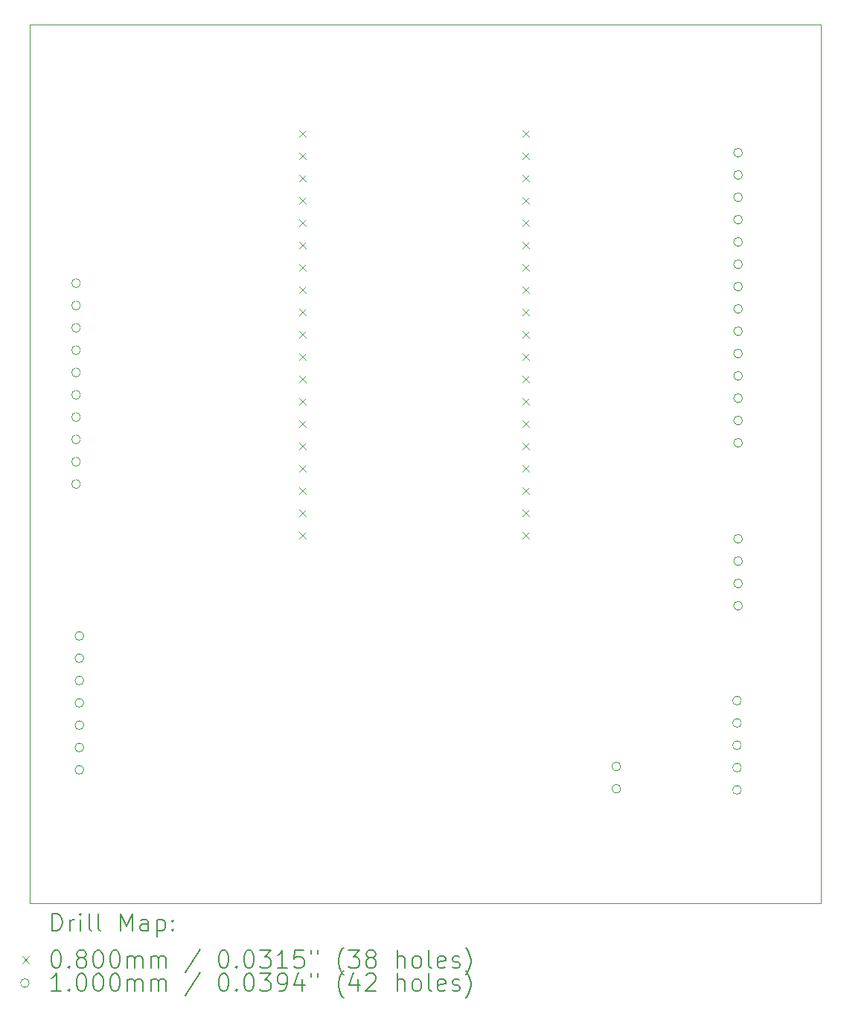
<source format=gbr>
%TF.GenerationSoftware,KiCad,Pcbnew,8.0.7*%
%TF.CreationDate,2025-01-15T13:48:55-05:00*%
%TF.ProjectId,CPU,4350552e-6b69-4636-9164-5f7063625858,rev?*%
%TF.SameCoordinates,Original*%
%TF.FileFunction,Drillmap*%
%TF.FilePolarity,Positive*%
%FSLAX45Y45*%
G04 Gerber Fmt 4.5, Leading zero omitted, Abs format (unit mm)*
G04 Created by KiCad (PCBNEW 8.0.7) date 2025-01-15 13:48:55*
%MOMM*%
%LPD*%
G01*
G04 APERTURE LIST*
%ADD10C,0.050000*%
%ADD11C,0.200000*%
%ADD12C,0.100000*%
G04 APERTURE END LIST*
D10*
X8500000Y-5000000D02*
X17500000Y-5000000D01*
X17500000Y-15000000D01*
X8500000Y-15000000D01*
X8500000Y-5000000D01*
D11*
D12*
X11567600Y-6201500D02*
X11647600Y-6281500D01*
X11647600Y-6201500D02*
X11567600Y-6281500D01*
X11567600Y-6455500D02*
X11647600Y-6535500D01*
X11647600Y-6455500D02*
X11567600Y-6535500D01*
X11567600Y-6709500D02*
X11647600Y-6789500D01*
X11647600Y-6709500D02*
X11567600Y-6789500D01*
X11567600Y-6963500D02*
X11647600Y-7043500D01*
X11647600Y-6963500D02*
X11567600Y-7043500D01*
X11567600Y-7217500D02*
X11647600Y-7297500D01*
X11647600Y-7217500D02*
X11567600Y-7297500D01*
X11567600Y-7471500D02*
X11647600Y-7551500D01*
X11647600Y-7471500D02*
X11567600Y-7551500D01*
X11567600Y-7725500D02*
X11647600Y-7805500D01*
X11647600Y-7725500D02*
X11567600Y-7805500D01*
X11567600Y-7979500D02*
X11647600Y-8059500D01*
X11647600Y-7979500D02*
X11567600Y-8059500D01*
X11567600Y-8233500D02*
X11647600Y-8313500D01*
X11647600Y-8233500D02*
X11567600Y-8313500D01*
X11567600Y-8487500D02*
X11647600Y-8567500D01*
X11647600Y-8487500D02*
X11567600Y-8567500D01*
X11567600Y-8741500D02*
X11647600Y-8821500D01*
X11647600Y-8741500D02*
X11567600Y-8821500D01*
X11567600Y-8995500D02*
X11647600Y-9075500D01*
X11647600Y-8995500D02*
X11567600Y-9075500D01*
X11567600Y-9249500D02*
X11647600Y-9329500D01*
X11647600Y-9249500D02*
X11567600Y-9329500D01*
X11567600Y-9503500D02*
X11647600Y-9583500D01*
X11647600Y-9503500D02*
X11567600Y-9583500D01*
X11567600Y-9757500D02*
X11647600Y-9837500D01*
X11647600Y-9757500D02*
X11567600Y-9837500D01*
X11567600Y-10011500D02*
X11647600Y-10091500D01*
X11647600Y-10011500D02*
X11567600Y-10091500D01*
X11567600Y-10265500D02*
X11647600Y-10345500D01*
X11647600Y-10265500D02*
X11567600Y-10345500D01*
X11567600Y-10519500D02*
X11647600Y-10599500D01*
X11647600Y-10519500D02*
X11567600Y-10599500D01*
X11567600Y-10773500D02*
X11647600Y-10853500D01*
X11647600Y-10773500D02*
X11567600Y-10853500D01*
X14107232Y-10519228D02*
X14187232Y-10599228D01*
X14187232Y-10519228D02*
X14107232Y-10599228D01*
X14107232Y-10773228D02*
X14187232Y-10853228D01*
X14187232Y-10773228D02*
X14107232Y-10853228D01*
X14107600Y-6201500D02*
X14187600Y-6281500D01*
X14187600Y-6201500D02*
X14107600Y-6281500D01*
X14107600Y-6455500D02*
X14187600Y-6535500D01*
X14187600Y-6455500D02*
X14107600Y-6535500D01*
X14107600Y-6709500D02*
X14187600Y-6789500D01*
X14187600Y-6709500D02*
X14107600Y-6789500D01*
X14107600Y-6963500D02*
X14187600Y-7043500D01*
X14187600Y-6963500D02*
X14107600Y-7043500D01*
X14107600Y-7217500D02*
X14187600Y-7297500D01*
X14187600Y-7217500D02*
X14107600Y-7297500D01*
X14107600Y-7471500D02*
X14187600Y-7551500D01*
X14187600Y-7471500D02*
X14107600Y-7551500D01*
X14107600Y-7725500D02*
X14187600Y-7805500D01*
X14187600Y-7725500D02*
X14107600Y-7805500D01*
X14107600Y-7979500D02*
X14187600Y-8059500D01*
X14187600Y-7979500D02*
X14107600Y-8059500D01*
X14107600Y-8233500D02*
X14187600Y-8313500D01*
X14187600Y-8233500D02*
X14107600Y-8313500D01*
X14107600Y-8487500D02*
X14187600Y-8567500D01*
X14187600Y-8487500D02*
X14107600Y-8567500D01*
X14107600Y-8741500D02*
X14187600Y-8821500D01*
X14187600Y-8741500D02*
X14107600Y-8821500D01*
X14107600Y-8995500D02*
X14187600Y-9075500D01*
X14187600Y-8995500D02*
X14107600Y-9075500D01*
X14107600Y-9249500D02*
X14187600Y-9329500D01*
X14187600Y-9249500D02*
X14107600Y-9329500D01*
X14107600Y-9503500D02*
X14187600Y-9583500D01*
X14187600Y-9503500D02*
X14107600Y-9583500D01*
X14107600Y-9757500D02*
X14187600Y-9837500D01*
X14187600Y-9757500D02*
X14107600Y-9837500D01*
X14107600Y-10011500D02*
X14187600Y-10091500D01*
X14187600Y-10011500D02*
X14107600Y-10091500D01*
X14107600Y-10265500D02*
X14187600Y-10345500D01*
X14187600Y-10265500D02*
X14107600Y-10345500D01*
X9079700Y-7942650D02*
G75*
G02*
X8979700Y-7942650I-50000J0D01*
G01*
X8979700Y-7942650D02*
G75*
G02*
X9079700Y-7942650I50000J0D01*
G01*
X9079700Y-8196650D02*
G75*
G02*
X8979700Y-8196650I-50000J0D01*
G01*
X8979700Y-8196650D02*
G75*
G02*
X9079700Y-8196650I50000J0D01*
G01*
X9079700Y-8450650D02*
G75*
G02*
X8979700Y-8450650I-50000J0D01*
G01*
X8979700Y-8450650D02*
G75*
G02*
X9079700Y-8450650I50000J0D01*
G01*
X9079700Y-8704650D02*
G75*
G02*
X8979700Y-8704650I-50000J0D01*
G01*
X8979700Y-8704650D02*
G75*
G02*
X9079700Y-8704650I50000J0D01*
G01*
X9079700Y-8958650D02*
G75*
G02*
X8979700Y-8958650I-50000J0D01*
G01*
X8979700Y-8958650D02*
G75*
G02*
X9079700Y-8958650I50000J0D01*
G01*
X9079700Y-9212650D02*
G75*
G02*
X8979700Y-9212650I-50000J0D01*
G01*
X8979700Y-9212650D02*
G75*
G02*
X9079700Y-9212650I50000J0D01*
G01*
X9079700Y-9466650D02*
G75*
G02*
X8979700Y-9466650I-50000J0D01*
G01*
X8979700Y-9466650D02*
G75*
G02*
X9079700Y-9466650I50000J0D01*
G01*
X9079700Y-9720650D02*
G75*
G02*
X8979700Y-9720650I-50000J0D01*
G01*
X8979700Y-9720650D02*
G75*
G02*
X9079700Y-9720650I50000J0D01*
G01*
X9079700Y-9974650D02*
G75*
G02*
X8979700Y-9974650I-50000J0D01*
G01*
X8979700Y-9974650D02*
G75*
G02*
X9079700Y-9974650I50000J0D01*
G01*
X9079700Y-10228650D02*
G75*
G02*
X8979700Y-10228650I-50000J0D01*
G01*
X8979700Y-10228650D02*
G75*
G02*
X9079700Y-10228650I50000J0D01*
G01*
X9117800Y-11956100D02*
G75*
G02*
X9017800Y-11956100I-50000J0D01*
G01*
X9017800Y-11956100D02*
G75*
G02*
X9117800Y-11956100I50000J0D01*
G01*
X9117800Y-12210100D02*
G75*
G02*
X9017800Y-12210100I-50000J0D01*
G01*
X9017800Y-12210100D02*
G75*
G02*
X9117800Y-12210100I50000J0D01*
G01*
X9117800Y-12464100D02*
G75*
G02*
X9017800Y-12464100I-50000J0D01*
G01*
X9017800Y-12464100D02*
G75*
G02*
X9117800Y-12464100I50000J0D01*
G01*
X9117800Y-12718100D02*
G75*
G02*
X9017800Y-12718100I-50000J0D01*
G01*
X9017800Y-12718100D02*
G75*
G02*
X9117800Y-12718100I50000J0D01*
G01*
X9117800Y-12972100D02*
G75*
G02*
X9017800Y-12972100I-50000J0D01*
G01*
X9017800Y-12972100D02*
G75*
G02*
X9117800Y-12972100I50000J0D01*
G01*
X9117800Y-13226100D02*
G75*
G02*
X9017800Y-13226100I-50000J0D01*
G01*
X9017800Y-13226100D02*
G75*
G02*
X9117800Y-13226100I50000J0D01*
G01*
X9117800Y-13480100D02*
G75*
G02*
X9017800Y-13480100I-50000J0D01*
G01*
X9017800Y-13480100D02*
G75*
G02*
X9117800Y-13480100I50000J0D01*
G01*
X15226500Y-13441500D02*
G75*
G02*
X15126500Y-13441500I-50000J0D01*
G01*
X15126500Y-13441500D02*
G75*
G02*
X15226500Y-13441500I50000J0D01*
G01*
X15226500Y-13695500D02*
G75*
G02*
X15126500Y-13695500I-50000J0D01*
G01*
X15126500Y-13695500D02*
G75*
G02*
X15226500Y-13695500I50000J0D01*
G01*
X16598100Y-12692700D02*
G75*
G02*
X16498100Y-12692700I-50000J0D01*
G01*
X16498100Y-12692700D02*
G75*
G02*
X16598100Y-12692700I50000J0D01*
G01*
X16598100Y-12946700D02*
G75*
G02*
X16498100Y-12946700I-50000J0D01*
G01*
X16498100Y-12946700D02*
G75*
G02*
X16598100Y-12946700I50000J0D01*
G01*
X16598100Y-13200700D02*
G75*
G02*
X16498100Y-13200700I-50000J0D01*
G01*
X16498100Y-13200700D02*
G75*
G02*
X16598100Y-13200700I50000J0D01*
G01*
X16598100Y-13454700D02*
G75*
G02*
X16498100Y-13454700I-50000J0D01*
G01*
X16498100Y-13454700D02*
G75*
G02*
X16598100Y-13454700I50000J0D01*
G01*
X16598100Y-13708700D02*
G75*
G02*
X16498100Y-13708700I-50000J0D01*
G01*
X16498100Y-13708700D02*
G75*
G02*
X16598100Y-13708700I50000J0D01*
G01*
X16610800Y-6457000D02*
G75*
G02*
X16510800Y-6457000I-50000J0D01*
G01*
X16510800Y-6457000D02*
G75*
G02*
X16610800Y-6457000I50000J0D01*
G01*
X16610800Y-6711000D02*
G75*
G02*
X16510800Y-6711000I-50000J0D01*
G01*
X16510800Y-6711000D02*
G75*
G02*
X16610800Y-6711000I50000J0D01*
G01*
X16610800Y-6965000D02*
G75*
G02*
X16510800Y-6965000I-50000J0D01*
G01*
X16510800Y-6965000D02*
G75*
G02*
X16610800Y-6965000I50000J0D01*
G01*
X16610800Y-7219000D02*
G75*
G02*
X16510800Y-7219000I-50000J0D01*
G01*
X16510800Y-7219000D02*
G75*
G02*
X16610800Y-7219000I50000J0D01*
G01*
X16610800Y-7473000D02*
G75*
G02*
X16510800Y-7473000I-50000J0D01*
G01*
X16510800Y-7473000D02*
G75*
G02*
X16610800Y-7473000I50000J0D01*
G01*
X16610800Y-7727000D02*
G75*
G02*
X16510800Y-7727000I-50000J0D01*
G01*
X16510800Y-7727000D02*
G75*
G02*
X16610800Y-7727000I50000J0D01*
G01*
X16610800Y-7981000D02*
G75*
G02*
X16510800Y-7981000I-50000J0D01*
G01*
X16510800Y-7981000D02*
G75*
G02*
X16610800Y-7981000I50000J0D01*
G01*
X16610800Y-8235000D02*
G75*
G02*
X16510800Y-8235000I-50000J0D01*
G01*
X16510800Y-8235000D02*
G75*
G02*
X16610800Y-8235000I50000J0D01*
G01*
X16610800Y-8489000D02*
G75*
G02*
X16510800Y-8489000I-50000J0D01*
G01*
X16510800Y-8489000D02*
G75*
G02*
X16610800Y-8489000I50000J0D01*
G01*
X16610800Y-8743000D02*
G75*
G02*
X16510800Y-8743000I-50000J0D01*
G01*
X16510800Y-8743000D02*
G75*
G02*
X16610800Y-8743000I50000J0D01*
G01*
X16610800Y-8997000D02*
G75*
G02*
X16510800Y-8997000I-50000J0D01*
G01*
X16510800Y-8997000D02*
G75*
G02*
X16610800Y-8997000I50000J0D01*
G01*
X16610800Y-9251000D02*
G75*
G02*
X16510800Y-9251000I-50000J0D01*
G01*
X16510800Y-9251000D02*
G75*
G02*
X16610800Y-9251000I50000J0D01*
G01*
X16610800Y-9505000D02*
G75*
G02*
X16510800Y-9505000I-50000J0D01*
G01*
X16510800Y-9505000D02*
G75*
G02*
X16610800Y-9505000I50000J0D01*
G01*
X16610800Y-9759000D02*
G75*
G02*
X16510800Y-9759000I-50000J0D01*
G01*
X16510800Y-9759000D02*
G75*
G02*
X16610800Y-9759000I50000J0D01*
G01*
X16610800Y-10851200D02*
G75*
G02*
X16510800Y-10851200I-50000J0D01*
G01*
X16510800Y-10851200D02*
G75*
G02*
X16610800Y-10851200I50000J0D01*
G01*
X16610800Y-11105200D02*
G75*
G02*
X16510800Y-11105200I-50000J0D01*
G01*
X16510800Y-11105200D02*
G75*
G02*
X16610800Y-11105200I50000J0D01*
G01*
X16610800Y-11359200D02*
G75*
G02*
X16510800Y-11359200I-50000J0D01*
G01*
X16510800Y-11359200D02*
G75*
G02*
X16610800Y-11359200I50000J0D01*
G01*
X16610800Y-11613200D02*
G75*
G02*
X16510800Y-11613200I-50000J0D01*
G01*
X16510800Y-11613200D02*
G75*
G02*
X16610800Y-11613200I50000J0D01*
G01*
D11*
X8758277Y-15313984D02*
X8758277Y-15113984D01*
X8758277Y-15113984D02*
X8805896Y-15113984D01*
X8805896Y-15113984D02*
X8834467Y-15123508D01*
X8834467Y-15123508D02*
X8853515Y-15142555D01*
X8853515Y-15142555D02*
X8863039Y-15161603D01*
X8863039Y-15161603D02*
X8872563Y-15199698D01*
X8872563Y-15199698D02*
X8872563Y-15228269D01*
X8872563Y-15228269D02*
X8863039Y-15266365D01*
X8863039Y-15266365D02*
X8853515Y-15285412D01*
X8853515Y-15285412D02*
X8834467Y-15304460D01*
X8834467Y-15304460D02*
X8805896Y-15313984D01*
X8805896Y-15313984D02*
X8758277Y-15313984D01*
X8958277Y-15313984D02*
X8958277Y-15180650D01*
X8958277Y-15218746D02*
X8967801Y-15199698D01*
X8967801Y-15199698D02*
X8977324Y-15190174D01*
X8977324Y-15190174D02*
X8996372Y-15180650D01*
X8996372Y-15180650D02*
X9015420Y-15180650D01*
X9082086Y-15313984D02*
X9082086Y-15180650D01*
X9082086Y-15113984D02*
X9072563Y-15123508D01*
X9072563Y-15123508D02*
X9082086Y-15133031D01*
X9082086Y-15133031D02*
X9091610Y-15123508D01*
X9091610Y-15123508D02*
X9082086Y-15113984D01*
X9082086Y-15113984D02*
X9082086Y-15133031D01*
X9205896Y-15313984D02*
X9186848Y-15304460D01*
X9186848Y-15304460D02*
X9177324Y-15285412D01*
X9177324Y-15285412D02*
X9177324Y-15113984D01*
X9310658Y-15313984D02*
X9291610Y-15304460D01*
X9291610Y-15304460D02*
X9282086Y-15285412D01*
X9282086Y-15285412D02*
X9282086Y-15113984D01*
X9539229Y-15313984D02*
X9539229Y-15113984D01*
X9539229Y-15113984D02*
X9605896Y-15256841D01*
X9605896Y-15256841D02*
X9672563Y-15113984D01*
X9672563Y-15113984D02*
X9672563Y-15313984D01*
X9853515Y-15313984D02*
X9853515Y-15209222D01*
X9853515Y-15209222D02*
X9843991Y-15190174D01*
X9843991Y-15190174D02*
X9824944Y-15180650D01*
X9824944Y-15180650D02*
X9786848Y-15180650D01*
X9786848Y-15180650D02*
X9767801Y-15190174D01*
X9853515Y-15304460D02*
X9834467Y-15313984D01*
X9834467Y-15313984D02*
X9786848Y-15313984D01*
X9786848Y-15313984D02*
X9767801Y-15304460D01*
X9767801Y-15304460D02*
X9758277Y-15285412D01*
X9758277Y-15285412D02*
X9758277Y-15266365D01*
X9758277Y-15266365D02*
X9767801Y-15247317D01*
X9767801Y-15247317D02*
X9786848Y-15237793D01*
X9786848Y-15237793D02*
X9834467Y-15237793D01*
X9834467Y-15237793D02*
X9853515Y-15228269D01*
X9948753Y-15180650D02*
X9948753Y-15380650D01*
X9948753Y-15190174D02*
X9967801Y-15180650D01*
X9967801Y-15180650D02*
X10005896Y-15180650D01*
X10005896Y-15180650D02*
X10024944Y-15190174D01*
X10024944Y-15190174D02*
X10034467Y-15199698D01*
X10034467Y-15199698D02*
X10043991Y-15218746D01*
X10043991Y-15218746D02*
X10043991Y-15275888D01*
X10043991Y-15275888D02*
X10034467Y-15294936D01*
X10034467Y-15294936D02*
X10024944Y-15304460D01*
X10024944Y-15304460D02*
X10005896Y-15313984D01*
X10005896Y-15313984D02*
X9967801Y-15313984D01*
X9967801Y-15313984D02*
X9948753Y-15304460D01*
X10129705Y-15294936D02*
X10139229Y-15304460D01*
X10139229Y-15304460D02*
X10129705Y-15313984D01*
X10129705Y-15313984D02*
X10120182Y-15304460D01*
X10120182Y-15304460D02*
X10129705Y-15294936D01*
X10129705Y-15294936D02*
X10129705Y-15313984D01*
X10129705Y-15190174D02*
X10139229Y-15199698D01*
X10139229Y-15199698D02*
X10129705Y-15209222D01*
X10129705Y-15209222D02*
X10120182Y-15199698D01*
X10120182Y-15199698D02*
X10129705Y-15190174D01*
X10129705Y-15190174D02*
X10129705Y-15209222D01*
D12*
X8417500Y-15602500D02*
X8497500Y-15682500D01*
X8497500Y-15602500D02*
X8417500Y-15682500D01*
D11*
X8796372Y-15533984D02*
X8815420Y-15533984D01*
X8815420Y-15533984D02*
X8834467Y-15543508D01*
X8834467Y-15543508D02*
X8843991Y-15553031D01*
X8843991Y-15553031D02*
X8853515Y-15572079D01*
X8853515Y-15572079D02*
X8863039Y-15610174D01*
X8863039Y-15610174D02*
X8863039Y-15657793D01*
X8863039Y-15657793D02*
X8853515Y-15695888D01*
X8853515Y-15695888D02*
X8843991Y-15714936D01*
X8843991Y-15714936D02*
X8834467Y-15724460D01*
X8834467Y-15724460D02*
X8815420Y-15733984D01*
X8815420Y-15733984D02*
X8796372Y-15733984D01*
X8796372Y-15733984D02*
X8777324Y-15724460D01*
X8777324Y-15724460D02*
X8767801Y-15714936D01*
X8767801Y-15714936D02*
X8758277Y-15695888D01*
X8758277Y-15695888D02*
X8748753Y-15657793D01*
X8748753Y-15657793D02*
X8748753Y-15610174D01*
X8748753Y-15610174D02*
X8758277Y-15572079D01*
X8758277Y-15572079D02*
X8767801Y-15553031D01*
X8767801Y-15553031D02*
X8777324Y-15543508D01*
X8777324Y-15543508D02*
X8796372Y-15533984D01*
X8948753Y-15714936D02*
X8958277Y-15724460D01*
X8958277Y-15724460D02*
X8948753Y-15733984D01*
X8948753Y-15733984D02*
X8939229Y-15724460D01*
X8939229Y-15724460D02*
X8948753Y-15714936D01*
X8948753Y-15714936D02*
X8948753Y-15733984D01*
X9072563Y-15619698D02*
X9053515Y-15610174D01*
X9053515Y-15610174D02*
X9043991Y-15600650D01*
X9043991Y-15600650D02*
X9034467Y-15581603D01*
X9034467Y-15581603D02*
X9034467Y-15572079D01*
X9034467Y-15572079D02*
X9043991Y-15553031D01*
X9043991Y-15553031D02*
X9053515Y-15543508D01*
X9053515Y-15543508D02*
X9072563Y-15533984D01*
X9072563Y-15533984D02*
X9110658Y-15533984D01*
X9110658Y-15533984D02*
X9129705Y-15543508D01*
X9129705Y-15543508D02*
X9139229Y-15553031D01*
X9139229Y-15553031D02*
X9148753Y-15572079D01*
X9148753Y-15572079D02*
X9148753Y-15581603D01*
X9148753Y-15581603D02*
X9139229Y-15600650D01*
X9139229Y-15600650D02*
X9129705Y-15610174D01*
X9129705Y-15610174D02*
X9110658Y-15619698D01*
X9110658Y-15619698D02*
X9072563Y-15619698D01*
X9072563Y-15619698D02*
X9053515Y-15629222D01*
X9053515Y-15629222D02*
X9043991Y-15638746D01*
X9043991Y-15638746D02*
X9034467Y-15657793D01*
X9034467Y-15657793D02*
X9034467Y-15695888D01*
X9034467Y-15695888D02*
X9043991Y-15714936D01*
X9043991Y-15714936D02*
X9053515Y-15724460D01*
X9053515Y-15724460D02*
X9072563Y-15733984D01*
X9072563Y-15733984D02*
X9110658Y-15733984D01*
X9110658Y-15733984D02*
X9129705Y-15724460D01*
X9129705Y-15724460D02*
X9139229Y-15714936D01*
X9139229Y-15714936D02*
X9148753Y-15695888D01*
X9148753Y-15695888D02*
X9148753Y-15657793D01*
X9148753Y-15657793D02*
X9139229Y-15638746D01*
X9139229Y-15638746D02*
X9129705Y-15629222D01*
X9129705Y-15629222D02*
X9110658Y-15619698D01*
X9272563Y-15533984D02*
X9291610Y-15533984D01*
X9291610Y-15533984D02*
X9310658Y-15543508D01*
X9310658Y-15543508D02*
X9320182Y-15553031D01*
X9320182Y-15553031D02*
X9329705Y-15572079D01*
X9329705Y-15572079D02*
X9339229Y-15610174D01*
X9339229Y-15610174D02*
X9339229Y-15657793D01*
X9339229Y-15657793D02*
X9329705Y-15695888D01*
X9329705Y-15695888D02*
X9320182Y-15714936D01*
X9320182Y-15714936D02*
X9310658Y-15724460D01*
X9310658Y-15724460D02*
X9291610Y-15733984D01*
X9291610Y-15733984D02*
X9272563Y-15733984D01*
X9272563Y-15733984D02*
X9253515Y-15724460D01*
X9253515Y-15724460D02*
X9243991Y-15714936D01*
X9243991Y-15714936D02*
X9234467Y-15695888D01*
X9234467Y-15695888D02*
X9224944Y-15657793D01*
X9224944Y-15657793D02*
X9224944Y-15610174D01*
X9224944Y-15610174D02*
X9234467Y-15572079D01*
X9234467Y-15572079D02*
X9243991Y-15553031D01*
X9243991Y-15553031D02*
X9253515Y-15543508D01*
X9253515Y-15543508D02*
X9272563Y-15533984D01*
X9463039Y-15533984D02*
X9482086Y-15533984D01*
X9482086Y-15533984D02*
X9501134Y-15543508D01*
X9501134Y-15543508D02*
X9510658Y-15553031D01*
X9510658Y-15553031D02*
X9520182Y-15572079D01*
X9520182Y-15572079D02*
X9529705Y-15610174D01*
X9529705Y-15610174D02*
X9529705Y-15657793D01*
X9529705Y-15657793D02*
X9520182Y-15695888D01*
X9520182Y-15695888D02*
X9510658Y-15714936D01*
X9510658Y-15714936D02*
X9501134Y-15724460D01*
X9501134Y-15724460D02*
X9482086Y-15733984D01*
X9482086Y-15733984D02*
X9463039Y-15733984D01*
X9463039Y-15733984D02*
X9443991Y-15724460D01*
X9443991Y-15724460D02*
X9434467Y-15714936D01*
X9434467Y-15714936D02*
X9424944Y-15695888D01*
X9424944Y-15695888D02*
X9415420Y-15657793D01*
X9415420Y-15657793D02*
X9415420Y-15610174D01*
X9415420Y-15610174D02*
X9424944Y-15572079D01*
X9424944Y-15572079D02*
X9434467Y-15553031D01*
X9434467Y-15553031D02*
X9443991Y-15543508D01*
X9443991Y-15543508D02*
X9463039Y-15533984D01*
X9615420Y-15733984D02*
X9615420Y-15600650D01*
X9615420Y-15619698D02*
X9624944Y-15610174D01*
X9624944Y-15610174D02*
X9643991Y-15600650D01*
X9643991Y-15600650D02*
X9672563Y-15600650D01*
X9672563Y-15600650D02*
X9691610Y-15610174D01*
X9691610Y-15610174D02*
X9701134Y-15629222D01*
X9701134Y-15629222D02*
X9701134Y-15733984D01*
X9701134Y-15629222D02*
X9710658Y-15610174D01*
X9710658Y-15610174D02*
X9729705Y-15600650D01*
X9729705Y-15600650D02*
X9758277Y-15600650D01*
X9758277Y-15600650D02*
X9777325Y-15610174D01*
X9777325Y-15610174D02*
X9786848Y-15629222D01*
X9786848Y-15629222D02*
X9786848Y-15733984D01*
X9882086Y-15733984D02*
X9882086Y-15600650D01*
X9882086Y-15619698D02*
X9891610Y-15610174D01*
X9891610Y-15610174D02*
X9910658Y-15600650D01*
X9910658Y-15600650D02*
X9939229Y-15600650D01*
X9939229Y-15600650D02*
X9958277Y-15610174D01*
X9958277Y-15610174D02*
X9967801Y-15629222D01*
X9967801Y-15629222D02*
X9967801Y-15733984D01*
X9967801Y-15629222D02*
X9977325Y-15610174D01*
X9977325Y-15610174D02*
X9996372Y-15600650D01*
X9996372Y-15600650D02*
X10024944Y-15600650D01*
X10024944Y-15600650D02*
X10043991Y-15610174D01*
X10043991Y-15610174D02*
X10053515Y-15629222D01*
X10053515Y-15629222D02*
X10053515Y-15733984D01*
X10443991Y-15524460D02*
X10272563Y-15781603D01*
X10701134Y-15533984D02*
X10720182Y-15533984D01*
X10720182Y-15533984D02*
X10739229Y-15543508D01*
X10739229Y-15543508D02*
X10748753Y-15553031D01*
X10748753Y-15553031D02*
X10758277Y-15572079D01*
X10758277Y-15572079D02*
X10767801Y-15610174D01*
X10767801Y-15610174D02*
X10767801Y-15657793D01*
X10767801Y-15657793D02*
X10758277Y-15695888D01*
X10758277Y-15695888D02*
X10748753Y-15714936D01*
X10748753Y-15714936D02*
X10739229Y-15724460D01*
X10739229Y-15724460D02*
X10720182Y-15733984D01*
X10720182Y-15733984D02*
X10701134Y-15733984D01*
X10701134Y-15733984D02*
X10682087Y-15724460D01*
X10682087Y-15724460D02*
X10672563Y-15714936D01*
X10672563Y-15714936D02*
X10663039Y-15695888D01*
X10663039Y-15695888D02*
X10653515Y-15657793D01*
X10653515Y-15657793D02*
X10653515Y-15610174D01*
X10653515Y-15610174D02*
X10663039Y-15572079D01*
X10663039Y-15572079D02*
X10672563Y-15553031D01*
X10672563Y-15553031D02*
X10682087Y-15543508D01*
X10682087Y-15543508D02*
X10701134Y-15533984D01*
X10853515Y-15714936D02*
X10863039Y-15724460D01*
X10863039Y-15724460D02*
X10853515Y-15733984D01*
X10853515Y-15733984D02*
X10843991Y-15724460D01*
X10843991Y-15724460D02*
X10853515Y-15714936D01*
X10853515Y-15714936D02*
X10853515Y-15733984D01*
X10986848Y-15533984D02*
X11005896Y-15533984D01*
X11005896Y-15533984D02*
X11024944Y-15543508D01*
X11024944Y-15543508D02*
X11034468Y-15553031D01*
X11034468Y-15553031D02*
X11043991Y-15572079D01*
X11043991Y-15572079D02*
X11053515Y-15610174D01*
X11053515Y-15610174D02*
X11053515Y-15657793D01*
X11053515Y-15657793D02*
X11043991Y-15695888D01*
X11043991Y-15695888D02*
X11034468Y-15714936D01*
X11034468Y-15714936D02*
X11024944Y-15724460D01*
X11024944Y-15724460D02*
X11005896Y-15733984D01*
X11005896Y-15733984D02*
X10986848Y-15733984D01*
X10986848Y-15733984D02*
X10967801Y-15724460D01*
X10967801Y-15724460D02*
X10958277Y-15714936D01*
X10958277Y-15714936D02*
X10948753Y-15695888D01*
X10948753Y-15695888D02*
X10939229Y-15657793D01*
X10939229Y-15657793D02*
X10939229Y-15610174D01*
X10939229Y-15610174D02*
X10948753Y-15572079D01*
X10948753Y-15572079D02*
X10958277Y-15553031D01*
X10958277Y-15553031D02*
X10967801Y-15543508D01*
X10967801Y-15543508D02*
X10986848Y-15533984D01*
X11120182Y-15533984D02*
X11243991Y-15533984D01*
X11243991Y-15533984D02*
X11177325Y-15610174D01*
X11177325Y-15610174D02*
X11205896Y-15610174D01*
X11205896Y-15610174D02*
X11224944Y-15619698D01*
X11224944Y-15619698D02*
X11234467Y-15629222D01*
X11234467Y-15629222D02*
X11243991Y-15648269D01*
X11243991Y-15648269D02*
X11243991Y-15695888D01*
X11243991Y-15695888D02*
X11234467Y-15714936D01*
X11234467Y-15714936D02*
X11224944Y-15724460D01*
X11224944Y-15724460D02*
X11205896Y-15733984D01*
X11205896Y-15733984D02*
X11148753Y-15733984D01*
X11148753Y-15733984D02*
X11129706Y-15724460D01*
X11129706Y-15724460D02*
X11120182Y-15714936D01*
X11434467Y-15733984D02*
X11320182Y-15733984D01*
X11377325Y-15733984D02*
X11377325Y-15533984D01*
X11377325Y-15533984D02*
X11358277Y-15562555D01*
X11358277Y-15562555D02*
X11339229Y-15581603D01*
X11339229Y-15581603D02*
X11320182Y-15591127D01*
X11615420Y-15533984D02*
X11520182Y-15533984D01*
X11520182Y-15533984D02*
X11510658Y-15629222D01*
X11510658Y-15629222D02*
X11520182Y-15619698D01*
X11520182Y-15619698D02*
X11539229Y-15610174D01*
X11539229Y-15610174D02*
X11586848Y-15610174D01*
X11586848Y-15610174D02*
X11605896Y-15619698D01*
X11605896Y-15619698D02*
X11615420Y-15629222D01*
X11615420Y-15629222D02*
X11624944Y-15648269D01*
X11624944Y-15648269D02*
X11624944Y-15695888D01*
X11624944Y-15695888D02*
X11615420Y-15714936D01*
X11615420Y-15714936D02*
X11605896Y-15724460D01*
X11605896Y-15724460D02*
X11586848Y-15733984D01*
X11586848Y-15733984D02*
X11539229Y-15733984D01*
X11539229Y-15733984D02*
X11520182Y-15724460D01*
X11520182Y-15724460D02*
X11510658Y-15714936D01*
X11701134Y-15533984D02*
X11701134Y-15572079D01*
X11777325Y-15533984D02*
X11777325Y-15572079D01*
X12072563Y-15810174D02*
X12063039Y-15800650D01*
X12063039Y-15800650D02*
X12043991Y-15772079D01*
X12043991Y-15772079D02*
X12034468Y-15753031D01*
X12034468Y-15753031D02*
X12024944Y-15724460D01*
X12024944Y-15724460D02*
X12015420Y-15676841D01*
X12015420Y-15676841D02*
X12015420Y-15638746D01*
X12015420Y-15638746D02*
X12024944Y-15591127D01*
X12024944Y-15591127D02*
X12034468Y-15562555D01*
X12034468Y-15562555D02*
X12043991Y-15543508D01*
X12043991Y-15543508D02*
X12063039Y-15514936D01*
X12063039Y-15514936D02*
X12072563Y-15505412D01*
X12129706Y-15533984D02*
X12253515Y-15533984D01*
X12253515Y-15533984D02*
X12186848Y-15610174D01*
X12186848Y-15610174D02*
X12215420Y-15610174D01*
X12215420Y-15610174D02*
X12234468Y-15619698D01*
X12234468Y-15619698D02*
X12243991Y-15629222D01*
X12243991Y-15629222D02*
X12253515Y-15648269D01*
X12253515Y-15648269D02*
X12253515Y-15695888D01*
X12253515Y-15695888D02*
X12243991Y-15714936D01*
X12243991Y-15714936D02*
X12234468Y-15724460D01*
X12234468Y-15724460D02*
X12215420Y-15733984D01*
X12215420Y-15733984D02*
X12158277Y-15733984D01*
X12158277Y-15733984D02*
X12139229Y-15724460D01*
X12139229Y-15724460D02*
X12129706Y-15714936D01*
X12367801Y-15619698D02*
X12348753Y-15610174D01*
X12348753Y-15610174D02*
X12339229Y-15600650D01*
X12339229Y-15600650D02*
X12329706Y-15581603D01*
X12329706Y-15581603D02*
X12329706Y-15572079D01*
X12329706Y-15572079D02*
X12339229Y-15553031D01*
X12339229Y-15553031D02*
X12348753Y-15543508D01*
X12348753Y-15543508D02*
X12367801Y-15533984D01*
X12367801Y-15533984D02*
X12405896Y-15533984D01*
X12405896Y-15533984D02*
X12424944Y-15543508D01*
X12424944Y-15543508D02*
X12434468Y-15553031D01*
X12434468Y-15553031D02*
X12443991Y-15572079D01*
X12443991Y-15572079D02*
X12443991Y-15581603D01*
X12443991Y-15581603D02*
X12434468Y-15600650D01*
X12434468Y-15600650D02*
X12424944Y-15610174D01*
X12424944Y-15610174D02*
X12405896Y-15619698D01*
X12405896Y-15619698D02*
X12367801Y-15619698D01*
X12367801Y-15619698D02*
X12348753Y-15629222D01*
X12348753Y-15629222D02*
X12339229Y-15638746D01*
X12339229Y-15638746D02*
X12329706Y-15657793D01*
X12329706Y-15657793D02*
X12329706Y-15695888D01*
X12329706Y-15695888D02*
X12339229Y-15714936D01*
X12339229Y-15714936D02*
X12348753Y-15724460D01*
X12348753Y-15724460D02*
X12367801Y-15733984D01*
X12367801Y-15733984D02*
X12405896Y-15733984D01*
X12405896Y-15733984D02*
X12424944Y-15724460D01*
X12424944Y-15724460D02*
X12434468Y-15714936D01*
X12434468Y-15714936D02*
X12443991Y-15695888D01*
X12443991Y-15695888D02*
X12443991Y-15657793D01*
X12443991Y-15657793D02*
X12434468Y-15638746D01*
X12434468Y-15638746D02*
X12424944Y-15629222D01*
X12424944Y-15629222D02*
X12405896Y-15619698D01*
X12682087Y-15733984D02*
X12682087Y-15533984D01*
X12767801Y-15733984D02*
X12767801Y-15629222D01*
X12767801Y-15629222D02*
X12758277Y-15610174D01*
X12758277Y-15610174D02*
X12739230Y-15600650D01*
X12739230Y-15600650D02*
X12710658Y-15600650D01*
X12710658Y-15600650D02*
X12691610Y-15610174D01*
X12691610Y-15610174D02*
X12682087Y-15619698D01*
X12891610Y-15733984D02*
X12872563Y-15724460D01*
X12872563Y-15724460D02*
X12863039Y-15714936D01*
X12863039Y-15714936D02*
X12853515Y-15695888D01*
X12853515Y-15695888D02*
X12853515Y-15638746D01*
X12853515Y-15638746D02*
X12863039Y-15619698D01*
X12863039Y-15619698D02*
X12872563Y-15610174D01*
X12872563Y-15610174D02*
X12891610Y-15600650D01*
X12891610Y-15600650D02*
X12920182Y-15600650D01*
X12920182Y-15600650D02*
X12939230Y-15610174D01*
X12939230Y-15610174D02*
X12948753Y-15619698D01*
X12948753Y-15619698D02*
X12958277Y-15638746D01*
X12958277Y-15638746D02*
X12958277Y-15695888D01*
X12958277Y-15695888D02*
X12948753Y-15714936D01*
X12948753Y-15714936D02*
X12939230Y-15724460D01*
X12939230Y-15724460D02*
X12920182Y-15733984D01*
X12920182Y-15733984D02*
X12891610Y-15733984D01*
X13072563Y-15733984D02*
X13053515Y-15724460D01*
X13053515Y-15724460D02*
X13043991Y-15705412D01*
X13043991Y-15705412D02*
X13043991Y-15533984D01*
X13224944Y-15724460D02*
X13205896Y-15733984D01*
X13205896Y-15733984D02*
X13167801Y-15733984D01*
X13167801Y-15733984D02*
X13148753Y-15724460D01*
X13148753Y-15724460D02*
X13139230Y-15705412D01*
X13139230Y-15705412D02*
X13139230Y-15629222D01*
X13139230Y-15629222D02*
X13148753Y-15610174D01*
X13148753Y-15610174D02*
X13167801Y-15600650D01*
X13167801Y-15600650D02*
X13205896Y-15600650D01*
X13205896Y-15600650D02*
X13224944Y-15610174D01*
X13224944Y-15610174D02*
X13234468Y-15629222D01*
X13234468Y-15629222D02*
X13234468Y-15648269D01*
X13234468Y-15648269D02*
X13139230Y-15667317D01*
X13310658Y-15724460D02*
X13329706Y-15733984D01*
X13329706Y-15733984D02*
X13367801Y-15733984D01*
X13367801Y-15733984D02*
X13386849Y-15724460D01*
X13386849Y-15724460D02*
X13396372Y-15705412D01*
X13396372Y-15705412D02*
X13396372Y-15695888D01*
X13396372Y-15695888D02*
X13386849Y-15676841D01*
X13386849Y-15676841D02*
X13367801Y-15667317D01*
X13367801Y-15667317D02*
X13339230Y-15667317D01*
X13339230Y-15667317D02*
X13320182Y-15657793D01*
X13320182Y-15657793D02*
X13310658Y-15638746D01*
X13310658Y-15638746D02*
X13310658Y-15629222D01*
X13310658Y-15629222D02*
X13320182Y-15610174D01*
X13320182Y-15610174D02*
X13339230Y-15600650D01*
X13339230Y-15600650D02*
X13367801Y-15600650D01*
X13367801Y-15600650D02*
X13386849Y-15610174D01*
X13463039Y-15810174D02*
X13472563Y-15800650D01*
X13472563Y-15800650D02*
X13491611Y-15772079D01*
X13491611Y-15772079D02*
X13501134Y-15753031D01*
X13501134Y-15753031D02*
X13510658Y-15724460D01*
X13510658Y-15724460D02*
X13520182Y-15676841D01*
X13520182Y-15676841D02*
X13520182Y-15638746D01*
X13520182Y-15638746D02*
X13510658Y-15591127D01*
X13510658Y-15591127D02*
X13501134Y-15562555D01*
X13501134Y-15562555D02*
X13491611Y-15543508D01*
X13491611Y-15543508D02*
X13472563Y-15514936D01*
X13472563Y-15514936D02*
X13463039Y-15505412D01*
D12*
X8497500Y-15906500D02*
G75*
G02*
X8397500Y-15906500I-50000J0D01*
G01*
X8397500Y-15906500D02*
G75*
G02*
X8497500Y-15906500I50000J0D01*
G01*
D11*
X8863039Y-15997984D02*
X8748753Y-15997984D01*
X8805896Y-15997984D02*
X8805896Y-15797984D01*
X8805896Y-15797984D02*
X8786848Y-15826555D01*
X8786848Y-15826555D02*
X8767801Y-15845603D01*
X8767801Y-15845603D02*
X8748753Y-15855127D01*
X8948753Y-15978936D02*
X8958277Y-15988460D01*
X8958277Y-15988460D02*
X8948753Y-15997984D01*
X8948753Y-15997984D02*
X8939229Y-15988460D01*
X8939229Y-15988460D02*
X8948753Y-15978936D01*
X8948753Y-15978936D02*
X8948753Y-15997984D01*
X9082086Y-15797984D02*
X9101134Y-15797984D01*
X9101134Y-15797984D02*
X9120182Y-15807508D01*
X9120182Y-15807508D02*
X9129705Y-15817031D01*
X9129705Y-15817031D02*
X9139229Y-15836079D01*
X9139229Y-15836079D02*
X9148753Y-15874174D01*
X9148753Y-15874174D02*
X9148753Y-15921793D01*
X9148753Y-15921793D02*
X9139229Y-15959888D01*
X9139229Y-15959888D02*
X9129705Y-15978936D01*
X9129705Y-15978936D02*
X9120182Y-15988460D01*
X9120182Y-15988460D02*
X9101134Y-15997984D01*
X9101134Y-15997984D02*
X9082086Y-15997984D01*
X9082086Y-15997984D02*
X9063039Y-15988460D01*
X9063039Y-15988460D02*
X9053515Y-15978936D01*
X9053515Y-15978936D02*
X9043991Y-15959888D01*
X9043991Y-15959888D02*
X9034467Y-15921793D01*
X9034467Y-15921793D02*
X9034467Y-15874174D01*
X9034467Y-15874174D02*
X9043991Y-15836079D01*
X9043991Y-15836079D02*
X9053515Y-15817031D01*
X9053515Y-15817031D02*
X9063039Y-15807508D01*
X9063039Y-15807508D02*
X9082086Y-15797984D01*
X9272563Y-15797984D02*
X9291610Y-15797984D01*
X9291610Y-15797984D02*
X9310658Y-15807508D01*
X9310658Y-15807508D02*
X9320182Y-15817031D01*
X9320182Y-15817031D02*
X9329705Y-15836079D01*
X9329705Y-15836079D02*
X9339229Y-15874174D01*
X9339229Y-15874174D02*
X9339229Y-15921793D01*
X9339229Y-15921793D02*
X9329705Y-15959888D01*
X9329705Y-15959888D02*
X9320182Y-15978936D01*
X9320182Y-15978936D02*
X9310658Y-15988460D01*
X9310658Y-15988460D02*
X9291610Y-15997984D01*
X9291610Y-15997984D02*
X9272563Y-15997984D01*
X9272563Y-15997984D02*
X9253515Y-15988460D01*
X9253515Y-15988460D02*
X9243991Y-15978936D01*
X9243991Y-15978936D02*
X9234467Y-15959888D01*
X9234467Y-15959888D02*
X9224944Y-15921793D01*
X9224944Y-15921793D02*
X9224944Y-15874174D01*
X9224944Y-15874174D02*
X9234467Y-15836079D01*
X9234467Y-15836079D02*
X9243991Y-15817031D01*
X9243991Y-15817031D02*
X9253515Y-15807508D01*
X9253515Y-15807508D02*
X9272563Y-15797984D01*
X9463039Y-15797984D02*
X9482086Y-15797984D01*
X9482086Y-15797984D02*
X9501134Y-15807508D01*
X9501134Y-15807508D02*
X9510658Y-15817031D01*
X9510658Y-15817031D02*
X9520182Y-15836079D01*
X9520182Y-15836079D02*
X9529705Y-15874174D01*
X9529705Y-15874174D02*
X9529705Y-15921793D01*
X9529705Y-15921793D02*
X9520182Y-15959888D01*
X9520182Y-15959888D02*
X9510658Y-15978936D01*
X9510658Y-15978936D02*
X9501134Y-15988460D01*
X9501134Y-15988460D02*
X9482086Y-15997984D01*
X9482086Y-15997984D02*
X9463039Y-15997984D01*
X9463039Y-15997984D02*
X9443991Y-15988460D01*
X9443991Y-15988460D02*
X9434467Y-15978936D01*
X9434467Y-15978936D02*
X9424944Y-15959888D01*
X9424944Y-15959888D02*
X9415420Y-15921793D01*
X9415420Y-15921793D02*
X9415420Y-15874174D01*
X9415420Y-15874174D02*
X9424944Y-15836079D01*
X9424944Y-15836079D02*
X9434467Y-15817031D01*
X9434467Y-15817031D02*
X9443991Y-15807508D01*
X9443991Y-15807508D02*
X9463039Y-15797984D01*
X9615420Y-15997984D02*
X9615420Y-15864650D01*
X9615420Y-15883698D02*
X9624944Y-15874174D01*
X9624944Y-15874174D02*
X9643991Y-15864650D01*
X9643991Y-15864650D02*
X9672563Y-15864650D01*
X9672563Y-15864650D02*
X9691610Y-15874174D01*
X9691610Y-15874174D02*
X9701134Y-15893222D01*
X9701134Y-15893222D02*
X9701134Y-15997984D01*
X9701134Y-15893222D02*
X9710658Y-15874174D01*
X9710658Y-15874174D02*
X9729705Y-15864650D01*
X9729705Y-15864650D02*
X9758277Y-15864650D01*
X9758277Y-15864650D02*
X9777325Y-15874174D01*
X9777325Y-15874174D02*
X9786848Y-15893222D01*
X9786848Y-15893222D02*
X9786848Y-15997984D01*
X9882086Y-15997984D02*
X9882086Y-15864650D01*
X9882086Y-15883698D02*
X9891610Y-15874174D01*
X9891610Y-15874174D02*
X9910658Y-15864650D01*
X9910658Y-15864650D02*
X9939229Y-15864650D01*
X9939229Y-15864650D02*
X9958277Y-15874174D01*
X9958277Y-15874174D02*
X9967801Y-15893222D01*
X9967801Y-15893222D02*
X9967801Y-15997984D01*
X9967801Y-15893222D02*
X9977325Y-15874174D01*
X9977325Y-15874174D02*
X9996372Y-15864650D01*
X9996372Y-15864650D02*
X10024944Y-15864650D01*
X10024944Y-15864650D02*
X10043991Y-15874174D01*
X10043991Y-15874174D02*
X10053515Y-15893222D01*
X10053515Y-15893222D02*
X10053515Y-15997984D01*
X10443991Y-15788460D02*
X10272563Y-16045603D01*
X10701134Y-15797984D02*
X10720182Y-15797984D01*
X10720182Y-15797984D02*
X10739229Y-15807508D01*
X10739229Y-15807508D02*
X10748753Y-15817031D01*
X10748753Y-15817031D02*
X10758277Y-15836079D01*
X10758277Y-15836079D02*
X10767801Y-15874174D01*
X10767801Y-15874174D02*
X10767801Y-15921793D01*
X10767801Y-15921793D02*
X10758277Y-15959888D01*
X10758277Y-15959888D02*
X10748753Y-15978936D01*
X10748753Y-15978936D02*
X10739229Y-15988460D01*
X10739229Y-15988460D02*
X10720182Y-15997984D01*
X10720182Y-15997984D02*
X10701134Y-15997984D01*
X10701134Y-15997984D02*
X10682087Y-15988460D01*
X10682087Y-15988460D02*
X10672563Y-15978936D01*
X10672563Y-15978936D02*
X10663039Y-15959888D01*
X10663039Y-15959888D02*
X10653515Y-15921793D01*
X10653515Y-15921793D02*
X10653515Y-15874174D01*
X10653515Y-15874174D02*
X10663039Y-15836079D01*
X10663039Y-15836079D02*
X10672563Y-15817031D01*
X10672563Y-15817031D02*
X10682087Y-15807508D01*
X10682087Y-15807508D02*
X10701134Y-15797984D01*
X10853515Y-15978936D02*
X10863039Y-15988460D01*
X10863039Y-15988460D02*
X10853515Y-15997984D01*
X10853515Y-15997984D02*
X10843991Y-15988460D01*
X10843991Y-15988460D02*
X10853515Y-15978936D01*
X10853515Y-15978936D02*
X10853515Y-15997984D01*
X10986848Y-15797984D02*
X11005896Y-15797984D01*
X11005896Y-15797984D02*
X11024944Y-15807508D01*
X11024944Y-15807508D02*
X11034468Y-15817031D01*
X11034468Y-15817031D02*
X11043991Y-15836079D01*
X11043991Y-15836079D02*
X11053515Y-15874174D01*
X11053515Y-15874174D02*
X11053515Y-15921793D01*
X11053515Y-15921793D02*
X11043991Y-15959888D01*
X11043991Y-15959888D02*
X11034468Y-15978936D01*
X11034468Y-15978936D02*
X11024944Y-15988460D01*
X11024944Y-15988460D02*
X11005896Y-15997984D01*
X11005896Y-15997984D02*
X10986848Y-15997984D01*
X10986848Y-15997984D02*
X10967801Y-15988460D01*
X10967801Y-15988460D02*
X10958277Y-15978936D01*
X10958277Y-15978936D02*
X10948753Y-15959888D01*
X10948753Y-15959888D02*
X10939229Y-15921793D01*
X10939229Y-15921793D02*
X10939229Y-15874174D01*
X10939229Y-15874174D02*
X10948753Y-15836079D01*
X10948753Y-15836079D02*
X10958277Y-15817031D01*
X10958277Y-15817031D02*
X10967801Y-15807508D01*
X10967801Y-15807508D02*
X10986848Y-15797984D01*
X11120182Y-15797984D02*
X11243991Y-15797984D01*
X11243991Y-15797984D02*
X11177325Y-15874174D01*
X11177325Y-15874174D02*
X11205896Y-15874174D01*
X11205896Y-15874174D02*
X11224944Y-15883698D01*
X11224944Y-15883698D02*
X11234467Y-15893222D01*
X11234467Y-15893222D02*
X11243991Y-15912269D01*
X11243991Y-15912269D02*
X11243991Y-15959888D01*
X11243991Y-15959888D02*
X11234467Y-15978936D01*
X11234467Y-15978936D02*
X11224944Y-15988460D01*
X11224944Y-15988460D02*
X11205896Y-15997984D01*
X11205896Y-15997984D02*
X11148753Y-15997984D01*
X11148753Y-15997984D02*
X11129706Y-15988460D01*
X11129706Y-15988460D02*
X11120182Y-15978936D01*
X11339229Y-15997984D02*
X11377325Y-15997984D01*
X11377325Y-15997984D02*
X11396372Y-15988460D01*
X11396372Y-15988460D02*
X11405896Y-15978936D01*
X11405896Y-15978936D02*
X11424944Y-15950365D01*
X11424944Y-15950365D02*
X11434467Y-15912269D01*
X11434467Y-15912269D02*
X11434467Y-15836079D01*
X11434467Y-15836079D02*
X11424944Y-15817031D01*
X11424944Y-15817031D02*
X11415420Y-15807508D01*
X11415420Y-15807508D02*
X11396372Y-15797984D01*
X11396372Y-15797984D02*
X11358277Y-15797984D01*
X11358277Y-15797984D02*
X11339229Y-15807508D01*
X11339229Y-15807508D02*
X11329706Y-15817031D01*
X11329706Y-15817031D02*
X11320182Y-15836079D01*
X11320182Y-15836079D02*
X11320182Y-15883698D01*
X11320182Y-15883698D02*
X11329706Y-15902746D01*
X11329706Y-15902746D02*
X11339229Y-15912269D01*
X11339229Y-15912269D02*
X11358277Y-15921793D01*
X11358277Y-15921793D02*
X11396372Y-15921793D01*
X11396372Y-15921793D02*
X11415420Y-15912269D01*
X11415420Y-15912269D02*
X11424944Y-15902746D01*
X11424944Y-15902746D02*
X11434467Y-15883698D01*
X11605896Y-15864650D02*
X11605896Y-15997984D01*
X11558277Y-15788460D02*
X11510658Y-15931317D01*
X11510658Y-15931317D02*
X11634467Y-15931317D01*
X11701134Y-15797984D02*
X11701134Y-15836079D01*
X11777325Y-15797984D02*
X11777325Y-15836079D01*
X12072563Y-16074174D02*
X12063039Y-16064650D01*
X12063039Y-16064650D02*
X12043991Y-16036079D01*
X12043991Y-16036079D02*
X12034468Y-16017031D01*
X12034468Y-16017031D02*
X12024944Y-15988460D01*
X12024944Y-15988460D02*
X12015420Y-15940841D01*
X12015420Y-15940841D02*
X12015420Y-15902746D01*
X12015420Y-15902746D02*
X12024944Y-15855127D01*
X12024944Y-15855127D02*
X12034468Y-15826555D01*
X12034468Y-15826555D02*
X12043991Y-15807508D01*
X12043991Y-15807508D02*
X12063039Y-15778936D01*
X12063039Y-15778936D02*
X12072563Y-15769412D01*
X12234468Y-15864650D02*
X12234468Y-15997984D01*
X12186848Y-15788460D02*
X12139229Y-15931317D01*
X12139229Y-15931317D02*
X12263039Y-15931317D01*
X12329706Y-15817031D02*
X12339229Y-15807508D01*
X12339229Y-15807508D02*
X12358277Y-15797984D01*
X12358277Y-15797984D02*
X12405896Y-15797984D01*
X12405896Y-15797984D02*
X12424944Y-15807508D01*
X12424944Y-15807508D02*
X12434468Y-15817031D01*
X12434468Y-15817031D02*
X12443991Y-15836079D01*
X12443991Y-15836079D02*
X12443991Y-15855127D01*
X12443991Y-15855127D02*
X12434468Y-15883698D01*
X12434468Y-15883698D02*
X12320182Y-15997984D01*
X12320182Y-15997984D02*
X12443991Y-15997984D01*
X12682087Y-15997984D02*
X12682087Y-15797984D01*
X12767801Y-15997984D02*
X12767801Y-15893222D01*
X12767801Y-15893222D02*
X12758277Y-15874174D01*
X12758277Y-15874174D02*
X12739230Y-15864650D01*
X12739230Y-15864650D02*
X12710658Y-15864650D01*
X12710658Y-15864650D02*
X12691610Y-15874174D01*
X12691610Y-15874174D02*
X12682087Y-15883698D01*
X12891610Y-15997984D02*
X12872563Y-15988460D01*
X12872563Y-15988460D02*
X12863039Y-15978936D01*
X12863039Y-15978936D02*
X12853515Y-15959888D01*
X12853515Y-15959888D02*
X12853515Y-15902746D01*
X12853515Y-15902746D02*
X12863039Y-15883698D01*
X12863039Y-15883698D02*
X12872563Y-15874174D01*
X12872563Y-15874174D02*
X12891610Y-15864650D01*
X12891610Y-15864650D02*
X12920182Y-15864650D01*
X12920182Y-15864650D02*
X12939230Y-15874174D01*
X12939230Y-15874174D02*
X12948753Y-15883698D01*
X12948753Y-15883698D02*
X12958277Y-15902746D01*
X12958277Y-15902746D02*
X12958277Y-15959888D01*
X12958277Y-15959888D02*
X12948753Y-15978936D01*
X12948753Y-15978936D02*
X12939230Y-15988460D01*
X12939230Y-15988460D02*
X12920182Y-15997984D01*
X12920182Y-15997984D02*
X12891610Y-15997984D01*
X13072563Y-15997984D02*
X13053515Y-15988460D01*
X13053515Y-15988460D02*
X13043991Y-15969412D01*
X13043991Y-15969412D02*
X13043991Y-15797984D01*
X13224944Y-15988460D02*
X13205896Y-15997984D01*
X13205896Y-15997984D02*
X13167801Y-15997984D01*
X13167801Y-15997984D02*
X13148753Y-15988460D01*
X13148753Y-15988460D02*
X13139230Y-15969412D01*
X13139230Y-15969412D02*
X13139230Y-15893222D01*
X13139230Y-15893222D02*
X13148753Y-15874174D01*
X13148753Y-15874174D02*
X13167801Y-15864650D01*
X13167801Y-15864650D02*
X13205896Y-15864650D01*
X13205896Y-15864650D02*
X13224944Y-15874174D01*
X13224944Y-15874174D02*
X13234468Y-15893222D01*
X13234468Y-15893222D02*
X13234468Y-15912269D01*
X13234468Y-15912269D02*
X13139230Y-15931317D01*
X13310658Y-15988460D02*
X13329706Y-15997984D01*
X13329706Y-15997984D02*
X13367801Y-15997984D01*
X13367801Y-15997984D02*
X13386849Y-15988460D01*
X13386849Y-15988460D02*
X13396372Y-15969412D01*
X13396372Y-15969412D02*
X13396372Y-15959888D01*
X13396372Y-15959888D02*
X13386849Y-15940841D01*
X13386849Y-15940841D02*
X13367801Y-15931317D01*
X13367801Y-15931317D02*
X13339230Y-15931317D01*
X13339230Y-15931317D02*
X13320182Y-15921793D01*
X13320182Y-15921793D02*
X13310658Y-15902746D01*
X13310658Y-15902746D02*
X13310658Y-15893222D01*
X13310658Y-15893222D02*
X13320182Y-15874174D01*
X13320182Y-15874174D02*
X13339230Y-15864650D01*
X13339230Y-15864650D02*
X13367801Y-15864650D01*
X13367801Y-15864650D02*
X13386849Y-15874174D01*
X13463039Y-16074174D02*
X13472563Y-16064650D01*
X13472563Y-16064650D02*
X13491611Y-16036079D01*
X13491611Y-16036079D02*
X13501134Y-16017031D01*
X13501134Y-16017031D02*
X13510658Y-15988460D01*
X13510658Y-15988460D02*
X13520182Y-15940841D01*
X13520182Y-15940841D02*
X13520182Y-15902746D01*
X13520182Y-15902746D02*
X13510658Y-15855127D01*
X13510658Y-15855127D02*
X13501134Y-15826555D01*
X13501134Y-15826555D02*
X13491611Y-15807508D01*
X13491611Y-15807508D02*
X13472563Y-15778936D01*
X13472563Y-15778936D02*
X13463039Y-15769412D01*
M02*

</source>
